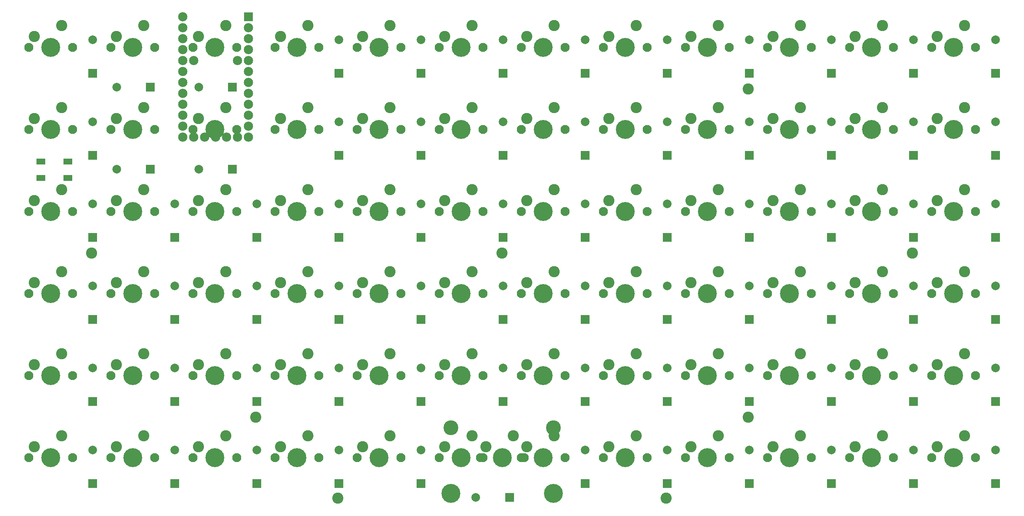
<source format=gbs>
G04 #@! TF.FileFunction,Soldermask,Bot*
%FSLAX46Y46*%
G04 Gerber Fmt 4.6, Leading zero omitted, Abs format (unit mm)*
G04 Created by KiCad (PCBNEW 4.0.7) date 09/04/18 16:32:22*
%MOMM*%
%LPD*%
G01*
G04 APERTURE LIST*
%ADD10C,0.100000*%
%ADD11R,2.000000X2.000000*%
%ADD12C,2.000000*%
%ADD13C,2.600000*%
%ADD14C,4.400000*%
%ADD15C,2.100000*%
%ADD16R,2.100000X1.400000*%
%ADD17R,2.152600X2.152600*%
%ADD18C,2.152600*%
%ADD19C,3.450000*%
G04 APERTURE END LIST*
D10*
D11*
X47466200Y-48667500D03*
D12*
X47466200Y-40867500D03*
D11*
X60891200Y-51911200D03*
D12*
X53091200Y-51911200D03*
D11*
X79941200Y-51911200D03*
D12*
X72141200Y-51911200D03*
D11*
X104616000Y-48667500D03*
D12*
X104616000Y-40867500D03*
D11*
X123666000Y-48667500D03*
D12*
X123666000Y-40867500D03*
D11*
X142716000Y-48667500D03*
D12*
X142716000Y-40867500D03*
D11*
X161766000Y-48667500D03*
D12*
X161766000Y-40867500D03*
D11*
X180816000Y-48667500D03*
D12*
X180816000Y-40867500D03*
D11*
X199866000Y-48667500D03*
D12*
X199866000Y-40867500D03*
D11*
X218916000Y-48667500D03*
D12*
X218916000Y-40867500D03*
D11*
X237966000Y-48667500D03*
D12*
X237966000Y-40867500D03*
D11*
X257016000Y-48667500D03*
D12*
X257016000Y-40867500D03*
D11*
X47466200Y-67717500D03*
D12*
X47466200Y-59917500D03*
D11*
X60891200Y-70961200D03*
D12*
X53091200Y-70961200D03*
D11*
X79941200Y-70961200D03*
D12*
X72141200Y-70961200D03*
D11*
X104616000Y-67717500D03*
D12*
X104616000Y-59917500D03*
D11*
X123666000Y-67717500D03*
D12*
X123666000Y-59917500D03*
D11*
X142716000Y-67717500D03*
D12*
X142716000Y-59917500D03*
D11*
X161766000Y-67717500D03*
D12*
X161766000Y-59917500D03*
D11*
X180816000Y-67717500D03*
D12*
X180816000Y-59917500D03*
D11*
X199866000Y-67717500D03*
D12*
X199866000Y-59917500D03*
D11*
X218916000Y-67717500D03*
D12*
X218916000Y-59917500D03*
D11*
X237966000Y-67717500D03*
D12*
X237966000Y-59917500D03*
D11*
X257016000Y-67717500D03*
D12*
X257016000Y-59917500D03*
D11*
X47466200Y-86767500D03*
D12*
X47466200Y-78967500D03*
D11*
X66516200Y-86767500D03*
D12*
X66516200Y-78967500D03*
D11*
X85566200Y-86767500D03*
D12*
X85566200Y-78967500D03*
D11*
X104616000Y-86767500D03*
D12*
X104616000Y-78967500D03*
D11*
X123666000Y-86767500D03*
D12*
X123666000Y-78967500D03*
D11*
X142716000Y-86767500D03*
D12*
X142716000Y-78967500D03*
D11*
X161766000Y-86767500D03*
D12*
X161766000Y-78967500D03*
D11*
X180816000Y-86767500D03*
D12*
X180816000Y-78967500D03*
D11*
X199866000Y-86767500D03*
D12*
X199866000Y-78967500D03*
D11*
X218916000Y-86767500D03*
D12*
X218916000Y-78967500D03*
D11*
X237966000Y-86767500D03*
D12*
X237966000Y-78967500D03*
D11*
X257016000Y-86767500D03*
D12*
X257016000Y-78967500D03*
D11*
X47466200Y-105818000D03*
D12*
X47466200Y-98018000D03*
D11*
X66516200Y-105818000D03*
D12*
X66516200Y-98018000D03*
D11*
X85566200Y-105818000D03*
D12*
X85566200Y-98018000D03*
D11*
X104616000Y-105818000D03*
D12*
X104616000Y-98018000D03*
D11*
X123666000Y-105818000D03*
D12*
X123666000Y-98018000D03*
D11*
X142716000Y-105818000D03*
D12*
X142716000Y-98018000D03*
D11*
X161766000Y-105818000D03*
D12*
X161766000Y-98018000D03*
D11*
X180816000Y-105818000D03*
D12*
X180816000Y-98018000D03*
D11*
X199866000Y-105818000D03*
D12*
X199866000Y-98018000D03*
D11*
X218916000Y-105818000D03*
D12*
X218916000Y-98018000D03*
D11*
X237966000Y-105818000D03*
D12*
X237966000Y-98018000D03*
D11*
X257016000Y-105818000D03*
D12*
X257016000Y-98018000D03*
D11*
X47466200Y-124868000D03*
D12*
X47466200Y-117068000D03*
D11*
X66516200Y-124868000D03*
D12*
X66516200Y-117068000D03*
D11*
X85566200Y-124868000D03*
D12*
X85566200Y-117068000D03*
D11*
X104616000Y-124868000D03*
D12*
X104616000Y-117068000D03*
D11*
X123666000Y-124868000D03*
D12*
X123666000Y-117068000D03*
D11*
X142716000Y-124868000D03*
D12*
X142716000Y-117068000D03*
D11*
X161766000Y-124868000D03*
D12*
X161766000Y-117068000D03*
D11*
X180816000Y-124868000D03*
D12*
X180816000Y-117068000D03*
D11*
X199866000Y-124868000D03*
D12*
X199866000Y-117068000D03*
D11*
X218916000Y-124868000D03*
D12*
X218916000Y-117068000D03*
D11*
X237966000Y-124868000D03*
D12*
X237966000Y-117068000D03*
D11*
X257016000Y-124868000D03*
D12*
X257016000Y-117068000D03*
D11*
X47466200Y-143918000D03*
D12*
X47466200Y-136118000D03*
D11*
X66516200Y-143918000D03*
D12*
X66516200Y-136118000D03*
D11*
X85566200Y-143918000D03*
D12*
X85566200Y-136118000D03*
D11*
X104616000Y-143918000D03*
D12*
X104616000Y-136118000D03*
D11*
X123666000Y-143918000D03*
D12*
X123666000Y-136118000D03*
D11*
X144235000Y-147161000D03*
D12*
X136435000Y-147161000D03*
D11*
X161766000Y-143918000D03*
D12*
X161766000Y-136118000D03*
D11*
X180816000Y-143918000D03*
D12*
X180816000Y-136118000D03*
D11*
X199866000Y-143918000D03*
D12*
X199866000Y-136118000D03*
D11*
X218916000Y-143918000D03*
D12*
X218916000Y-136118000D03*
D11*
X237966000Y-143918000D03*
D12*
X237966000Y-136118000D03*
D11*
X257016000Y-143918000D03*
D12*
X257016000Y-136118000D03*
D13*
X40322500Y-37623800D03*
X33972500Y-40163800D03*
D14*
X37782500Y-42703800D03*
D15*
X32702500Y-42703800D03*
X42862500Y-42703800D03*
D13*
X59372500Y-37623800D03*
X53022500Y-40163800D03*
D14*
X56832500Y-42703800D03*
D15*
X51752500Y-42703800D03*
X61912500Y-42703800D03*
D13*
X78422500Y-37623800D03*
X72072500Y-40163800D03*
D14*
X75882500Y-42703800D03*
D15*
X70802500Y-42703800D03*
X80962500Y-42703800D03*
D13*
X97472500Y-37623800D03*
X91122500Y-40163800D03*
D14*
X94932500Y-42703800D03*
D15*
X89852500Y-42703800D03*
X100012500Y-42703800D03*
D13*
X116522000Y-37623800D03*
X110172000Y-40163800D03*
D14*
X113982000Y-42703800D03*
D15*
X108902000Y-42703800D03*
X119062000Y-42703800D03*
D13*
X135572000Y-37623800D03*
X129222000Y-40163800D03*
D14*
X133032000Y-42703800D03*
D15*
X127952000Y-42703800D03*
X138112000Y-42703800D03*
D13*
X154622000Y-37623800D03*
X148272000Y-40163800D03*
D14*
X152082000Y-42703800D03*
D15*
X147002000Y-42703800D03*
X157162000Y-42703800D03*
D13*
X173672000Y-37623800D03*
X167322000Y-40163800D03*
D14*
X171132000Y-42703800D03*
D15*
X166052000Y-42703800D03*
X176212000Y-42703800D03*
D13*
X192722000Y-37623800D03*
X186372000Y-40163800D03*
D14*
X190182000Y-42703800D03*
D15*
X185102000Y-42703800D03*
X195262000Y-42703800D03*
D13*
X211772000Y-37623800D03*
X205422000Y-40163800D03*
D14*
X209232000Y-42703800D03*
D15*
X204152000Y-42703800D03*
X214312000Y-42703800D03*
D13*
X230822000Y-37623800D03*
X224472000Y-40163800D03*
D14*
X228282000Y-42703800D03*
D15*
X223202000Y-42703800D03*
X233362000Y-42703800D03*
D13*
X249872000Y-37623800D03*
X243522000Y-40163800D03*
D14*
X247332000Y-42703800D03*
D15*
X242252000Y-42703800D03*
X252412000Y-42703800D03*
D13*
X40322500Y-56673800D03*
X33972500Y-59213800D03*
D14*
X37782500Y-61753800D03*
D15*
X32702500Y-61753800D03*
X42862500Y-61753800D03*
D13*
X59372500Y-56673800D03*
X53022500Y-59213800D03*
D14*
X56832500Y-61753800D03*
D15*
X51752500Y-61753800D03*
X61912500Y-61753800D03*
D13*
X78422500Y-56673800D03*
X72072500Y-59213800D03*
D14*
X75882500Y-61753800D03*
D15*
X70802500Y-61753800D03*
X80962500Y-61753800D03*
D13*
X97472500Y-56673800D03*
X91122500Y-59213800D03*
D14*
X94932500Y-61753800D03*
D15*
X89852500Y-61753800D03*
X100012500Y-61753800D03*
D13*
X116522000Y-56673800D03*
X110172000Y-59213800D03*
D14*
X113982000Y-61753800D03*
D15*
X108902000Y-61753800D03*
X119062000Y-61753800D03*
D13*
X135572000Y-56673800D03*
X129222000Y-59213800D03*
D14*
X133032000Y-61753800D03*
D15*
X127952000Y-61753800D03*
X138112000Y-61753800D03*
D13*
X154622000Y-56673800D03*
X148272000Y-59213800D03*
D14*
X152082000Y-61753800D03*
D15*
X147002000Y-61753800D03*
X157162000Y-61753800D03*
D13*
X173672000Y-56673800D03*
X167322000Y-59213800D03*
D14*
X171132000Y-61753800D03*
D15*
X166052000Y-61753800D03*
X176212000Y-61753800D03*
D13*
X192722000Y-56673800D03*
X186372000Y-59213800D03*
D14*
X190182000Y-61753800D03*
D15*
X185102000Y-61753800D03*
X195262000Y-61753800D03*
D13*
X211772000Y-56673800D03*
X205422000Y-59213800D03*
D14*
X209232000Y-61753800D03*
D15*
X204152000Y-61753800D03*
X214312000Y-61753800D03*
D13*
X230822000Y-56673800D03*
X224472000Y-59213800D03*
D14*
X228282000Y-61753800D03*
D15*
X223202000Y-61753800D03*
X233362000Y-61753800D03*
D13*
X249872000Y-56673800D03*
X243522000Y-59213800D03*
D14*
X247332000Y-61753800D03*
D15*
X242252000Y-61753800D03*
X252412000Y-61753800D03*
D13*
X40322500Y-75723800D03*
X33972500Y-78263800D03*
D14*
X37782500Y-80803800D03*
D15*
X32702500Y-80803800D03*
X42862500Y-80803800D03*
D13*
X59372500Y-75723800D03*
X53022500Y-78263800D03*
D14*
X56832500Y-80803800D03*
D15*
X51752500Y-80803800D03*
X61912500Y-80803800D03*
D13*
X78422500Y-75723800D03*
X72072500Y-78263800D03*
D14*
X75882500Y-80803800D03*
D15*
X70802500Y-80803800D03*
X80962500Y-80803800D03*
D13*
X97472500Y-75723800D03*
X91122500Y-78263800D03*
D14*
X94932500Y-80803800D03*
D15*
X89852500Y-80803800D03*
X100012500Y-80803800D03*
D13*
X116522000Y-75723800D03*
X110172000Y-78263800D03*
D14*
X113982000Y-80803800D03*
D15*
X108902000Y-80803800D03*
X119062000Y-80803800D03*
D13*
X135572000Y-75723800D03*
X129222000Y-78263800D03*
D14*
X133032000Y-80803800D03*
D15*
X127952000Y-80803800D03*
X138112000Y-80803800D03*
D13*
X154622000Y-75723800D03*
X148272000Y-78263800D03*
D14*
X152082000Y-80803800D03*
D15*
X147002000Y-80803800D03*
X157162000Y-80803800D03*
D13*
X173672000Y-75723800D03*
X167322000Y-78263800D03*
D14*
X171132000Y-80803800D03*
D15*
X166052000Y-80803800D03*
X176212000Y-80803800D03*
D13*
X192722000Y-75723800D03*
X186372000Y-78263800D03*
D14*
X190182000Y-80803800D03*
D15*
X185102000Y-80803800D03*
X195262000Y-80803800D03*
D13*
X211772000Y-75723800D03*
X205422000Y-78263800D03*
D14*
X209232000Y-80803800D03*
D15*
X204152000Y-80803800D03*
X214312000Y-80803800D03*
D13*
X230822000Y-75723800D03*
X224472000Y-78263800D03*
D14*
X228282000Y-80803800D03*
D15*
X223202000Y-80803800D03*
X233362000Y-80803800D03*
D13*
X249872000Y-75723800D03*
X243522000Y-78263800D03*
D14*
X247332000Y-80803800D03*
D15*
X242252000Y-80803800D03*
X252412000Y-80803800D03*
D13*
X40322500Y-94773800D03*
X33972500Y-97313800D03*
D14*
X37782500Y-99853800D03*
D15*
X32702500Y-99853800D03*
X42862500Y-99853800D03*
D13*
X59372500Y-94773800D03*
X53022500Y-97313800D03*
D14*
X56832500Y-99853800D03*
D15*
X51752500Y-99853800D03*
X61912500Y-99853800D03*
D13*
X78422500Y-94773800D03*
X72072500Y-97313800D03*
D14*
X75882500Y-99853800D03*
D15*
X70802500Y-99853800D03*
X80962500Y-99853800D03*
D13*
X97472500Y-94773800D03*
X91122500Y-97313800D03*
D14*
X94932500Y-99853800D03*
D15*
X89852500Y-99853800D03*
X100012500Y-99853800D03*
D13*
X116522000Y-94773800D03*
X110172000Y-97313800D03*
D14*
X113982000Y-99853800D03*
D15*
X108902000Y-99853800D03*
X119062000Y-99853800D03*
D13*
X135572000Y-94773800D03*
X129222000Y-97313800D03*
D14*
X133032000Y-99853800D03*
D15*
X127952000Y-99853800D03*
X138112000Y-99853800D03*
D13*
X154622000Y-94773800D03*
X148272000Y-97313800D03*
D14*
X152082000Y-99853800D03*
D15*
X147002000Y-99853800D03*
X157162000Y-99853800D03*
D13*
X173672000Y-94773800D03*
X167322000Y-97313800D03*
D14*
X171132000Y-99853800D03*
D15*
X166052000Y-99853800D03*
X176212000Y-99853800D03*
D13*
X192722000Y-94773800D03*
X186372000Y-97313800D03*
D14*
X190182000Y-99853800D03*
D15*
X185102000Y-99853800D03*
X195262000Y-99853800D03*
D13*
X211772000Y-94773800D03*
X205422000Y-97313800D03*
D14*
X209232000Y-99853800D03*
D15*
X204152000Y-99853800D03*
X214312000Y-99853800D03*
D13*
X230822000Y-94773800D03*
X224472000Y-97313800D03*
D14*
X228282000Y-99853800D03*
D15*
X223202000Y-99853800D03*
X233362000Y-99853800D03*
D13*
X249872000Y-94773800D03*
X243522000Y-97313800D03*
D14*
X247332000Y-99853800D03*
D15*
X242252000Y-99853800D03*
X252412000Y-99853800D03*
D13*
X40322500Y-113824000D03*
X33972500Y-116364000D03*
D14*
X37782500Y-118904000D03*
D15*
X32702500Y-118904000D03*
X42862500Y-118904000D03*
D13*
X59372500Y-113824000D03*
X53022500Y-116364000D03*
D14*
X56832500Y-118904000D03*
D15*
X51752500Y-118904000D03*
X61912500Y-118904000D03*
D13*
X78422500Y-113824000D03*
X72072500Y-116364000D03*
D14*
X75882500Y-118904000D03*
D15*
X70802500Y-118904000D03*
X80962500Y-118904000D03*
D13*
X97472500Y-113824000D03*
X91122500Y-116364000D03*
D14*
X94932500Y-118904000D03*
D15*
X89852500Y-118904000D03*
X100012500Y-118904000D03*
D13*
X116522000Y-113824000D03*
X110172000Y-116364000D03*
D14*
X113982000Y-118904000D03*
D15*
X108902000Y-118904000D03*
X119062000Y-118904000D03*
D13*
X135572000Y-113824000D03*
X129222000Y-116364000D03*
D14*
X133032000Y-118904000D03*
D15*
X127952000Y-118904000D03*
X138112000Y-118904000D03*
D13*
X154622000Y-113824000D03*
X148272000Y-116364000D03*
D14*
X152082000Y-118904000D03*
D15*
X147002000Y-118904000D03*
X157162000Y-118904000D03*
D13*
X173672000Y-113824000D03*
X167322000Y-116364000D03*
D14*
X171132000Y-118904000D03*
D15*
X166052000Y-118904000D03*
X176212000Y-118904000D03*
D13*
X192722000Y-113824000D03*
X186372000Y-116364000D03*
D14*
X190182000Y-118904000D03*
D15*
X185102000Y-118904000D03*
X195262000Y-118904000D03*
D13*
X211772000Y-113824000D03*
X205422000Y-116364000D03*
D14*
X209232000Y-118904000D03*
D15*
X204152000Y-118904000D03*
X214312000Y-118904000D03*
D13*
X230822000Y-113824000D03*
X224472000Y-116364000D03*
D14*
X228282000Y-118904000D03*
D15*
X223202000Y-118904000D03*
X233362000Y-118904000D03*
D13*
X249872000Y-113824000D03*
X243522000Y-116364000D03*
D14*
X247332000Y-118904000D03*
D15*
X242252000Y-118904000D03*
X252412000Y-118904000D03*
D13*
X40322500Y-132874000D03*
X33972500Y-135414000D03*
D14*
X37782500Y-137954000D03*
D15*
X32702500Y-137954000D03*
X42862500Y-137954000D03*
D13*
X59372500Y-132874000D03*
X53022500Y-135414000D03*
D14*
X56832500Y-137954000D03*
D15*
X51752500Y-137954000D03*
X61912500Y-137954000D03*
D13*
X78422500Y-132874000D03*
X72072500Y-135414000D03*
D14*
X75882500Y-137954000D03*
D15*
X70802500Y-137954000D03*
X80962500Y-137954000D03*
D13*
X97472500Y-132874000D03*
X91122500Y-135414000D03*
D14*
X94932500Y-137954000D03*
D15*
X89852500Y-137954000D03*
X100012500Y-137954000D03*
D13*
X116522000Y-132874000D03*
X110172000Y-135414000D03*
D14*
X113982000Y-137954000D03*
D15*
X108902000Y-137954000D03*
X119062000Y-137954000D03*
D13*
X135572000Y-132874000D03*
X129222000Y-135414000D03*
D14*
X133032000Y-137954000D03*
D15*
X127952000Y-137954000D03*
X138112000Y-137954000D03*
D13*
X154622000Y-132874000D03*
X148272000Y-135414000D03*
D14*
X152082000Y-137954000D03*
D15*
X147002000Y-137954000D03*
X157162000Y-137954000D03*
D13*
X173672000Y-132874000D03*
X167322000Y-135414000D03*
D14*
X171132000Y-137954000D03*
D15*
X166052000Y-137954000D03*
X176212000Y-137954000D03*
D13*
X192722000Y-132874000D03*
X186372000Y-135414000D03*
D14*
X190182000Y-137954000D03*
D15*
X185102000Y-137954000D03*
X195262000Y-137954000D03*
D13*
X211772000Y-132874000D03*
X205422000Y-135414000D03*
D14*
X209232000Y-137954000D03*
D15*
X204152000Y-137954000D03*
X214312000Y-137954000D03*
D13*
X230822000Y-132874000D03*
X224472000Y-135414000D03*
D14*
X228282000Y-137954000D03*
D15*
X223202000Y-137954000D03*
X233362000Y-137954000D03*
D13*
X249872000Y-132874000D03*
X243522000Y-135414000D03*
D14*
X247332000Y-137954000D03*
D15*
X242252000Y-137954000D03*
X252412000Y-137954000D03*
D16*
X41758000Y-69220000D03*
X35458000Y-69220000D03*
X41758000Y-73020000D03*
X35458000Y-73020000D03*
D17*
X83661200Y-35560000D03*
D18*
X83661200Y-38100000D03*
X83661200Y-40640000D03*
X83661200Y-43180000D03*
X83661200Y-45720000D03*
X83661200Y-48260000D03*
X83661200Y-50800000D03*
X83661200Y-53340000D03*
X83661200Y-55880000D03*
X83661200Y-58420000D03*
X83661200Y-60960000D03*
X83661200Y-63500000D03*
X81121200Y-63500000D03*
X78581200Y-63500000D03*
X76041200Y-63500000D03*
X73501200Y-63500000D03*
X70961200Y-63500000D03*
X68421200Y-63500000D03*
X68421200Y-60960000D03*
X68421200Y-58420000D03*
X68421200Y-55880000D03*
X68421200Y-53340000D03*
X68421200Y-50800000D03*
X68421200Y-48260000D03*
X68421200Y-45720000D03*
X68421200Y-43180000D03*
X68421200Y-40640000D03*
X68421200Y-38100000D03*
X68421200Y-35560000D03*
X70961200Y-45720000D03*
X81121200Y-45720000D03*
D13*
X145098000Y-132874000D03*
X138748000Y-135414000D03*
D14*
X142558000Y-137954000D03*
D15*
X137478000Y-137954000D03*
X147638000Y-137954000D03*
D14*
X154458000Y-146194000D03*
X130658000Y-146194000D03*
D19*
X130658000Y-130954000D03*
X154458000Y-130954000D03*
D13*
X104394000Y-147320000D03*
X180594000Y-147320000D03*
X47244000Y-90424000D03*
X237744000Y-90424000D03*
X199644000Y-52324000D03*
X199644000Y-128524000D03*
X85344000Y-128524000D03*
X142494000Y-90424000D03*
M02*

</source>
